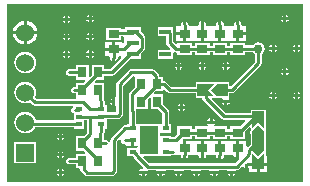
<source format=gtl>
G04*
G04 #@! TF.GenerationSoftware,Altium Limited,Altium Designer,20.2.5 (213)*
G04*
G04 Layer_Physical_Order=1*
G04 Layer_Color=255*
%FSLAX25Y25*%
%MOIN*%
G70*
G04*
G04 #@! TF.SameCoordinates,F18023E5-EE5D-4DE6-B478-A7BB098ACCA1*
G04*
G04*
G04 #@! TF.FilePolarity,Positive*
G04*
G01*
G75*
%ADD10C,0.01000*%
%ADD16R,0.03200X0.04000*%
%ADD17R,0.03850X0.01800*%
%ADD18R,0.03701X0.02913*%
%ADD19R,0.02913X0.03701*%
%ADD20R,0.02362X0.01654*%
%ADD21R,0.05906X0.09449*%
%ADD22R,0.02362X0.01575*%
%ADD23R,0.04000X0.04500*%
%ADD24R,0.04000X0.03200*%
%ADD25C,0.03000*%
%ADD36C,0.06000*%
%ADD37R,0.06000X0.06000*%
%ADD38C,0.00787*%
%ADD39C,0.00600*%
G36*
X98427Y1D02*
X2D01*
Y59057D01*
X98427D01*
Y1D01*
D02*
G37*
%LPC*%
G36*
X93007Y55524D02*
Y54798D01*
X93733D01*
X93731Y54805D01*
X93444Y55235D01*
X93014Y55522D01*
X93007Y55524D01*
D02*
G37*
G36*
X92007D02*
X92000Y55522D01*
X91570Y55235D01*
X91282Y54805D01*
X91281Y54798D01*
X92007D01*
Y55524D01*
D02*
G37*
G36*
X28046D02*
Y54798D01*
X28772D01*
X28771Y54805D01*
X28484Y55235D01*
X28054Y55522D01*
X28046Y55524D01*
D02*
G37*
G36*
X27046D02*
X27039Y55522D01*
X26609Y55235D01*
X26322Y54805D01*
X26320Y54798D01*
X27046D01*
Y55524D01*
D02*
G37*
G36*
X20187Y55361D02*
Y54635D01*
X20913D01*
X20911Y54642D01*
X20624Y55072D01*
X20194Y55360D01*
X20187Y55361D01*
D02*
G37*
G36*
X19187D02*
X19180Y55360D01*
X18749Y55072D01*
X18462Y54642D01*
X18461Y54635D01*
X19187D01*
Y55361D01*
D02*
G37*
G36*
X93733Y53798D02*
X93007D01*
Y53072D01*
X93014Y53073D01*
X93444Y53360D01*
X93731Y53790D01*
X93733Y53798D01*
D02*
G37*
G36*
X92007D02*
X91281D01*
X91282Y53790D01*
X91570Y53360D01*
X92000Y53073D01*
X92007Y53072D01*
Y53798D01*
D02*
G37*
G36*
X28772D02*
X28046D01*
Y53072D01*
X28054Y53073D01*
X28484Y53360D01*
X28771Y53790D01*
X28772Y53798D01*
D02*
G37*
G36*
X27046D02*
X26320D01*
X26322Y53790D01*
X26609Y53360D01*
X27039Y53073D01*
X27046Y53072D01*
Y53798D01*
D02*
G37*
G36*
X20913Y53635D02*
X20187D01*
Y52909D01*
X20194Y52911D01*
X20624Y53198D01*
X20911Y53628D01*
X20913Y53635D01*
D02*
G37*
G36*
X19187D02*
X18461D01*
X18462Y53628D01*
X18749Y53198D01*
X19180Y52911D01*
X19187Y52909D01*
Y53635D01*
D02*
G37*
G36*
X77273Y53393D02*
Y52167D01*
X76273D01*
Y53393D01*
X76266Y53391D01*
X75836Y53104D01*
X75549Y52674D01*
X75448Y52167D01*
X75453Y52140D01*
X75136Y51753D01*
X73923Y51753D01*
X73423Y51753D01*
X72505D01*
X72188Y52140D01*
X72193Y52167D01*
X72092Y52674D01*
X71805Y53104D01*
X71375Y53391D01*
X71368Y53393D01*
Y52167D01*
X70368D01*
Y53393D01*
X70361Y53391D01*
X69931Y53104D01*
X69643Y52674D01*
X69542Y52167D01*
X69548Y52140D01*
X69231Y51753D01*
X68018Y51753D01*
X67518Y51753D01*
X66600D01*
X66282Y52140D01*
X66288Y52167D01*
X66187Y52674D01*
X65900Y53104D01*
X65470Y53391D01*
X65462Y53393D01*
Y52167D01*
X64462D01*
Y53393D01*
X64455Y53391D01*
X64025Y53104D01*
X63738Y52674D01*
X63637Y52167D01*
X63642Y52140D01*
X63325Y51753D01*
X62112Y51753D01*
X61612Y51753D01*
X60694D01*
X60377Y52140D01*
X60382Y52167D01*
X60281Y52674D01*
X59994Y53104D01*
X59564Y53391D01*
X59557Y53393D01*
Y52167D01*
X58557D01*
Y53393D01*
X58550Y53391D01*
X58120Y53104D01*
X57832Y52674D01*
X57731Y52167D01*
X57737Y52140D01*
X57420Y51753D01*
X56207D01*
Y49796D01*
X59057D01*
Y49296D01*
X59557D01*
Y46840D01*
X61612D01*
X61907Y46840D01*
X62407Y46840D01*
X64462D01*
Y49296D01*
X65462D01*
Y46840D01*
X67518D01*
X67813Y46840D01*
X68313Y46840D01*
X70368D01*
Y49296D01*
X71368D01*
Y46840D01*
X73423D01*
X73718Y46840D01*
X74218Y46840D01*
X76273D01*
Y49296D01*
X76773D01*
Y49796D01*
X79624D01*
Y51753D01*
X78411D01*
X78093Y52140D01*
X78099Y52167D01*
X77998Y52674D01*
X77711Y53104D01*
X77281Y53391D01*
X77273Y53393D01*
D02*
G37*
G36*
X6407Y53655D02*
Y50186D01*
X9876D01*
X9804Y50731D01*
X9401Y51704D01*
X8760Y52539D01*
X7925Y53180D01*
X6951Y53584D01*
X6407Y53655D01*
D02*
G37*
G36*
X5407D02*
X4863Y53584D01*
X3890Y53180D01*
X3054Y52539D01*
X2413Y51704D01*
X2010Y50731D01*
X1939Y50186D01*
X5407D01*
Y53655D01*
D02*
G37*
G36*
X28046Y49618D02*
Y48892D01*
X28772D01*
X28771Y48899D01*
X28484Y49329D01*
X28054Y49617D01*
X28046Y49618D01*
D02*
G37*
G36*
X27046D02*
X27039Y49617D01*
X26609Y49329D01*
X26322Y48899D01*
X26320Y48892D01*
X27046D01*
Y49618D01*
D02*
G37*
G36*
X20172D02*
Y48892D01*
X20898D01*
X20897Y48899D01*
X20610Y49329D01*
X20180Y49617D01*
X20172Y49618D01*
D02*
G37*
G36*
X19172D02*
X19165Y49617D01*
X18735Y49329D01*
X18448Y48899D01*
X18446Y48892D01*
X19172D01*
Y49618D01*
D02*
G37*
G36*
X28772Y47892D02*
X28046D01*
Y47166D01*
X28054Y47168D01*
X28484Y47455D01*
X28771Y47885D01*
X28772Y47892D01*
D02*
G37*
G36*
X27046D02*
X26320D01*
X26322Y47885D01*
X26609Y47455D01*
X27039Y47168D01*
X27046Y47166D01*
Y47892D01*
D02*
G37*
G36*
X20898D02*
X20172D01*
Y47166D01*
X20180Y47168D01*
X20610Y47455D01*
X20897Y47885D01*
X20898Y47892D01*
D02*
G37*
G36*
X19172D02*
X18446D01*
X18448Y47885D01*
X18735Y47455D01*
X19165Y47168D01*
X19172Y47166D01*
Y47892D01*
D02*
G37*
G36*
X79624Y48796D02*
X77273D01*
Y46840D01*
X79624D01*
Y48796D01*
D02*
G37*
G36*
X58557D02*
X56207D01*
Y46840D01*
X58557D01*
Y48796D01*
D02*
G37*
G36*
X9876Y49186D02*
X6407D01*
Y45718D01*
X6951Y45789D01*
X7925Y46192D01*
X8760Y46834D01*
X9401Y47669D01*
X9804Y48642D01*
X9876Y49186D01*
D02*
G37*
G36*
X5407D02*
X1939D01*
X2010Y48642D01*
X2413Y47669D01*
X3054Y46834D01*
X3890Y46192D01*
X4863Y45789D01*
X5407Y45718D01*
Y49186D01*
D02*
G37*
G36*
X96944Y45681D02*
Y44955D01*
X97670D01*
X97668Y44962D01*
X97381Y45392D01*
X96951Y45680D01*
X96944Y45681D01*
D02*
G37*
G36*
X95944D02*
X95937Y45680D01*
X95507Y45392D01*
X95219Y44962D01*
X95218Y44955D01*
X95944D01*
Y45681D01*
D02*
G37*
G36*
X89070D02*
Y44955D01*
X89796D01*
X89794Y44962D01*
X89507Y45392D01*
X89077Y45680D01*
X89070Y45681D01*
D02*
G37*
G36*
X88070D02*
X88063Y45680D01*
X87633Y45392D01*
X87345Y44962D01*
X87344Y44955D01*
X88070D01*
Y45681D01*
D02*
G37*
G36*
X34935Y46633D02*
X32584D01*
Y44676D01*
X34935D01*
Y46633D01*
D02*
G37*
G36*
X97670Y43955D02*
X96944D01*
Y43229D01*
X96951Y43231D01*
X97381Y43518D01*
X97668Y43948D01*
X97670Y43955D01*
D02*
G37*
G36*
X95944D02*
X95218D01*
X95219Y43948D01*
X95507Y43518D01*
X95937Y43231D01*
X95944Y43229D01*
Y43955D01*
D02*
G37*
G36*
X89796D02*
X89070D01*
Y43229D01*
X89077Y43231D01*
X89507Y43518D01*
X89794Y43948D01*
X89796Y43955D01*
D02*
G37*
G36*
X88070D02*
X87344D01*
X87345Y43948D01*
X87633Y43518D01*
X88063Y43231D01*
X88070Y43229D01*
Y43955D01*
D02*
G37*
G36*
X28046Y43713D02*
Y42987D01*
X28772D01*
X28771Y42994D01*
X28484Y43424D01*
X28054Y43711D01*
X28046Y43713D01*
D02*
G37*
G36*
X27046D02*
X27039Y43711D01*
X26609Y43424D01*
X26322Y42994D01*
X26320Y42987D01*
X27046D01*
Y43713D01*
D02*
G37*
G36*
X20172D02*
Y42987D01*
X20898D01*
X20897Y42994D01*
X20610Y43424D01*
X20180Y43711D01*
X20172Y43713D01*
D02*
G37*
G36*
X19172D02*
X19165Y43711D01*
X18735Y43424D01*
X18448Y42994D01*
X18446Y42987D01*
X19172D01*
Y43713D01*
D02*
G37*
G36*
X28772Y41987D02*
X28046D01*
Y41261D01*
X28054Y41262D01*
X28484Y41549D01*
X28771Y41979D01*
X28772Y41987D01*
D02*
G37*
G36*
X27046D02*
X26320D01*
X26322Y41979D01*
X26609Y41549D01*
X27039Y41262D01*
X27046Y41261D01*
Y41987D01*
D02*
G37*
G36*
X20898D02*
X20172D01*
Y41261D01*
X20180Y41262D01*
X20610Y41549D01*
X20897Y41979D01*
X20898Y41987D01*
D02*
G37*
G36*
X19172D02*
X18446D01*
X18448Y41979D01*
X18735Y41549D01*
X19165Y41262D01*
X19172Y41261D01*
Y41987D01*
D02*
G37*
G36*
X73322Y39776D02*
Y39050D01*
X74048D01*
X74046Y39057D01*
X73759Y39487D01*
X73329Y39774D01*
X73322Y39776D01*
D02*
G37*
G36*
X72322D02*
X72315Y39774D01*
X71885Y39487D01*
X71597Y39057D01*
X71596Y39050D01*
X72322D01*
Y39776D01*
D02*
G37*
G36*
X65448D02*
Y39050D01*
X66174D01*
X66172Y39057D01*
X65885Y39487D01*
X65455Y39774D01*
X65448Y39776D01*
D02*
G37*
G36*
X64448D02*
X64441Y39774D01*
X64011Y39487D01*
X63723Y39057D01*
X63722Y39050D01*
X64448D01*
Y39776D01*
D02*
G37*
G36*
X57574D02*
Y39050D01*
X58300D01*
X58298Y39057D01*
X58011Y39487D01*
X57581Y39774D01*
X57574Y39776D01*
D02*
G37*
G36*
X56574D02*
X56567Y39774D01*
X56137Y39487D01*
X55849Y39057D01*
X55848Y39050D01*
X56574D01*
Y39776D01*
D02*
G37*
G36*
X74048Y38050D02*
X73322D01*
Y37324D01*
X73329Y37325D01*
X73759Y37612D01*
X74046Y38042D01*
X74048Y38050D01*
D02*
G37*
G36*
X72322D02*
X71596D01*
X71597Y38042D01*
X71885Y37612D01*
X72315Y37325D01*
X72322Y37324D01*
Y38050D01*
D02*
G37*
G36*
X66174D02*
X65448D01*
Y37324D01*
X65455Y37325D01*
X65885Y37612D01*
X66172Y38042D01*
X66174Y38050D01*
D02*
G37*
G36*
X64448D02*
X63722D01*
X63723Y38042D01*
X64011Y37612D01*
X64441Y37325D01*
X64448Y37324D01*
Y38050D01*
D02*
G37*
G36*
X58300D02*
X57574D01*
Y37324D01*
X57581Y37325D01*
X58011Y37612D01*
X58298Y38042D01*
X58300Y38050D01*
D02*
G37*
G36*
X56574D02*
X55848D01*
X55849Y38042D01*
X56137Y37612D01*
X56567Y37325D01*
X56574Y37324D01*
Y38050D01*
D02*
G37*
G36*
X93007Y37807D02*
Y37081D01*
X93733D01*
X93731Y37088D01*
X93444Y37518D01*
X93014Y37806D01*
X93007Y37807D01*
D02*
G37*
G36*
X92007D02*
X92000Y37806D01*
X91570Y37518D01*
X91282Y37088D01*
X91281Y37081D01*
X92007D01*
Y37807D01*
D02*
G37*
G36*
X5907Y43317D02*
X4967Y43194D01*
X4092Y42831D01*
X3340Y42254D01*
X2763Y41502D01*
X2400Y40626D01*
X2276Y39686D01*
X2400Y38747D01*
X2763Y37871D01*
X3340Y37119D01*
X4092Y36542D01*
X4967Y36179D01*
X5907Y36055D01*
X6847Y36179D01*
X7723Y36542D01*
X8475Y37119D01*
X9052Y37871D01*
X9415Y38747D01*
X9538Y39686D01*
X9415Y40626D01*
X9052Y41502D01*
X8475Y42254D01*
X7723Y42831D01*
X6847Y43194D01*
X5907Y43317D01*
D02*
G37*
G36*
X93733Y36081D02*
X93007D01*
Y35355D01*
X93014Y35357D01*
X93444Y35644D01*
X93731Y36074D01*
X93733Y36081D01*
D02*
G37*
G36*
X92007D02*
X91281D01*
X91282Y36074D01*
X91570Y35644D01*
X92000Y35357D01*
X92007Y35355D01*
Y36081D01*
D02*
G37*
G36*
X55146Y51501D02*
X50096D01*
Y48501D01*
X52924D01*
Y46351D01*
X52924Y46351D01*
X53010Y45922D01*
X53253Y45558D01*
X54327Y44483D01*
X54136Y44021D01*
X50096D01*
Y41021D01*
X55146D01*
Y42972D01*
X55646Y43238D01*
X55790Y43142D01*
X56219Y43057D01*
X56607Y42760D01*
Y42121D01*
X61507D01*
Y43057D01*
X62512D01*
Y42121D01*
X67413D01*
Y43057D01*
X68418D01*
Y42121D01*
X73318D01*
Y43057D01*
X74323D01*
Y42121D01*
X79224D01*
Y43114D01*
X81925D01*
X82149Y42779D01*
X82542Y42516D01*
Y39836D01*
X74412Y31707D01*
X73912Y31809D01*
Y33113D01*
X70832D01*
X70712Y33163D01*
X69712D01*
X69593Y33113D01*
X69512D01*
X69512Y33113D01*
X69033Y33030D01*
X68712Y33163D01*
X65712D01*
X65593Y33113D01*
X62762D01*
Y31635D01*
X54600D01*
X52960Y33275D01*
X52596Y33518D01*
X52167Y33603D01*
X51832Y33935D01*
Y34932D01*
X50524D01*
Y35246D01*
X50439Y35675D01*
X50196Y36039D01*
X50196Y36039D01*
X49023Y37212D01*
X48659Y37455D01*
X48230Y37540D01*
X48230Y37540D01*
X41340D01*
X40911Y37455D01*
X40547Y37212D01*
X40547Y37212D01*
X36610Y33275D01*
X36367Y32911D01*
X36282Y32482D01*
X36282Y32482D01*
Y28282D01*
X35920Y28073D01*
Y26739D01*
Y25405D01*
X36282Y25195D01*
Y23104D01*
X36281Y23103D01*
X33082D01*
Y25641D01*
X32423D01*
Y26739D01*
X32423Y26740D01*
X32337Y27169D01*
X32094Y27533D01*
X32094Y27533D01*
X32064Y27563D01*
X32155Y28063D01*
X32177D01*
Y32964D01*
X29298D01*
X29107Y33426D01*
X29649Y33968D01*
X32177D01*
Y35297D01*
X34743D01*
X34743Y35297D01*
X35173Y35383D01*
X35536Y35626D01*
X40932Y41021D01*
X44396D01*
Y42435D01*
X45689Y43728D01*
X45689Y43728D01*
X45932Y44092D01*
X46017Y44521D01*
X46017Y44521D01*
Y48001D01*
X46017Y48001D01*
X45932Y48430D01*
X45689Y48794D01*
X45689Y48794D01*
X44396Y50087D01*
Y51501D01*
X39346D01*
Y50769D01*
X37885D01*
Y51351D01*
X32984D01*
Y47237D01*
X37885D01*
Y48526D01*
X38620D01*
X38946Y48161D01*
Y46242D01*
X38785Y46110D01*
X38285Y46346D01*
Y46633D01*
X35935D01*
Y44176D01*
X35435D01*
Y43676D01*
X32584D01*
Y41719D01*
X33798D01*
X34109Y41340D01*
X34210Y40833D01*
X34498Y40403D01*
X34928Y40115D01*
X34935Y40114D01*
Y41340D01*
X35935D01*
Y40114D01*
X35942Y40115D01*
X36372Y40403D01*
X36659Y40833D01*
X36760Y41340D01*
X37071Y41719D01*
X37751D01*
X37958Y41219D01*
X34279Y37540D01*
X32177D01*
Y38869D01*
X28063D01*
Y35555D01*
X27520Y35012D01*
X27058Y35203D01*
Y38869D01*
X22945D01*
Y37540D01*
X20671D01*
X20242Y37455D01*
X19878Y37212D01*
X19635Y36848D01*
X19549Y36419D01*
X19635Y35989D01*
X19878Y35626D01*
X20242Y35383D01*
X20671Y35297D01*
X20671Y35297D01*
X22945D01*
Y33968D01*
X25824D01*
X26015Y33506D01*
X25472Y32964D01*
X22945D01*
Y31635D01*
X22271D01*
X21842Y31549D01*
X21478Y31306D01*
X21235Y30942D01*
X21149Y30513D01*
X21235Y30084D01*
X21478Y29720D01*
X21842Y29477D01*
X22271Y29392D01*
X22271Y29392D01*
X22945D01*
Y28063D01*
X22945D01*
X22871Y27593D01*
X9586D01*
X9127Y28053D01*
X9415Y28747D01*
X9538Y29686D01*
X9415Y30626D01*
X9052Y31502D01*
X8475Y32254D01*
X7723Y32831D01*
X6847Y33194D01*
X5907Y33318D01*
X4967Y33194D01*
X4092Y32831D01*
X3340Y32254D01*
X2763Y31502D01*
X2400Y30626D01*
X2276Y29686D01*
X2400Y28747D01*
X2763Y27871D01*
X3340Y27119D01*
X4092Y26542D01*
X4967Y26179D01*
X5907Y26055D01*
X6847Y26179D01*
X7541Y26467D01*
X8329Y25679D01*
X8329Y25679D01*
X8693Y25436D01*
X9122Y25350D01*
X21710D01*
X21831Y24850D01*
X21580Y24683D01*
X21337Y24319D01*
X21252Y23890D01*
X21337Y23460D01*
X21580Y23097D01*
X21944Y22853D01*
X22040Y22835D01*
Y20450D01*
X9438D01*
X9415Y20626D01*
X9052Y21502D01*
X8475Y22254D01*
X7723Y22831D01*
X6847Y23194D01*
X5907Y23317D01*
X4967Y23194D01*
X4092Y22831D01*
X3340Y22254D01*
X2763Y21502D01*
X2400Y20626D01*
X2276Y19686D01*
X2400Y18747D01*
X2763Y17871D01*
X3340Y17119D01*
X4092Y16542D01*
X4967Y16179D01*
X5907Y16055D01*
X6847Y16179D01*
X7723Y16542D01*
X8475Y17119D01*
X9052Y17871D01*
X9191Y18207D01*
X22040D01*
Y17669D01*
X25602D01*
Y20533D01*
X26439D01*
Y16214D01*
X25472Y15247D01*
X22945D01*
Y10346D01*
X25472D01*
X26015Y9804D01*
X25824Y9341D01*
X22945D01*
Y8013D01*
X20671D01*
X20242Y7927D01*
X19878Y7684D01*
X19635Y7320D01*
X19549Y6891D01*
X19635Y6462D01*
X19878Y6098D01*
X20242Y5855D01*
X20671Y5770D01*
X22945D01*
Y4441D01*
X23937D01*
X24283Y4126D01*
X24368Y3697D01*
X24611Y3334D01*
X25784Y2161D01*
X26147Y1918D01*
X26577Y1833D01*
X26577Y1833D01*
X34849D01*
X34849Y1833D01*
X35278Y1918D01*
X35642Y2161D01*
X36228Y2747D01*
X36228Y2747D01*
X36471Y3111D01*
X36556Y3540D01*
Y13316D01*
X37356Y14116D01*
X37816Y13869D01*
X37804Y13810D01*
X37905Y13302D01*
X38193Y12872D01*
X38623Y12585D01*
X39130Y12484D01*
X39138Y12486D01*
X39525Y12168D01*
Y11993D01*
X41206D01*
Y13781D01*
X42206D01*
Y11993D01*
X43348D01*
X43478Y11731D01*
X43194Y11231D01*
X39925D01*
Y8456D01*
X41901D01*
X42115Y8243D01*
X42129Y8172D01*
X42372Y7808D01*
X45266Y4914D01*
X45266Y4908D01*
X45069Y4403D01*
X44756Y4341D01*
X44326Y4054D01*
X44038Y3624D01*
X44037Y3616D01*
X46725D01*
X46924Y3801D01*
X49507D01*
X49644Y3616D01*
X52692D01*
X52830Y3801D01*
X55412D01*
X55550Y3616D01*
X58598D01*
X58736Y3801D01*
X61318D01*
X61455Y3616D01*
X64503D01*
X64641Y3801D01*
X67223D01*
X67361Y3616D01*
X70409D01*
X70547Y3801D01*
X73129D01*
X73267Y3616D01*
X76272D01*
X76372Y3780D01*
X76448Y3814D01*
X76814Y3887D01*
X77178Y4130D01*
X78120Y5071D01*
X78763Y5008D01*
X78789Y4970D01*
X79219Y4682D01*
X79226Y4681D01*
Y5907D01*
X80226D01*
Y4644D01*
X80353Y4595D01*
X80663Y4368D01*
Y3209D01*
X83163D01*
Y5808D01*
X83663D01*
Y6308D01*
X86663D01*
Y8409D01*
X86313D01*
Y9559D01*
X86122Y10018D01*
X86255Y10504D01*
X86313Y10643D01*
Y11643D01*
X86263Y11762D01*
Y15800D01*
X86313Y15919D01*
Y16919D01*
X86122Y17378D01*
X86095Y17406D01*
X86122Y17544D01*
X86313Y18003D01*
Y21003D01*
X86263Y21123D01*
Y23953D01*
X81063D01*
Y22875D01*
X72705D01*
X68178Y27402D01*
X68370Y27864D01*
X68712D01*
X69033Y27997D01*
X69512Y27913D01*
D01*
X69712Y27864D01*
X70712D01*
X70832Y27913D01*
X71442D01*
X71709Y27413D01*
X71597Y27246D01*
X71596Y27239D01*
X74048D01*
X74046Y27246D01*
X73930Y27420D01*
X73912Y27913D01*
X73912Y27913D01*
X73912Y27913D01*
Y29392D01*
X74805D01*
X74805Y29392D01*
X75234Y29477D01*
X75598Y29720D01*
X84456Y38578D01*
X84699Y38942D01*
X84785Y39371D01*
X84785Y39371D01*
Y42516D01*
X85177Y42779D01*
X85641Y43473D01*
X85804Y44293D01*
X85641Y45112D01*
X85177Y45807D01*
X84483Y46271D01*
X83663Y46434D01*
X82844Y46271D01*
X82149Y45807D01*
X81849Y45357D01*
X79224D01*
Y46235D01*
X74323D01*
Y45300D01*
X73318D01*
Y46235D01*
X68418D01*
Y45300D01*
X67413D01*
Y46235D01*
X62512D01*
Y45300D01*
X61507D01*
Y46235D01*
X56607D01*
Y46030D01*
X56144Y45838D01*
X55167Y46816D01*
Y49601D01*
X55167Y49601D01*
X55146Y49710D01*
Y51501D01*
D02*
G37*
G36*
X96944Y29933D02*
Y29207D01*
X97670D01*
X97668Y29214D01*
X97381Y29644D01*
X96951Y29932D01*
X96944Y29933D01*
D02*
G37*
G36*
X95944D02*
X95937Y29932D01*
X95507Y29644D01*
X95219Y29214D01*
X95218Y29207D01*
X95944D01*
Y29933D01*
D02*
G37*
G36*
X89070D02*
Y29207D01*
X89796D01*
X89794Y29214D01*
X89507Y29644D01*
X89077Y29932D01*
X89070Y29933D01*
D02*
G37*
G36*
X88070D02*
X88063Y29932D01*
X87633Y29644D01*
X87345Y29214D01*
X87344Y29207D01*
X88070D01*
Y29933D01*
D02*
G37*
G36*
X97670Y28207D02*
X96944D01*
Y27481D01*
X96951Y27483D01*
X97381Y27770D01*
X97668Y28200D01*
X97670Y28207D01*
D02*
G37*
G36*
X95944D02*
X95218D01*
X95219Y28200D01*
X95507Y27770D01*
X95937Y27483D01*
X95944Y27481D01*
Y28207D01*
D02*
G37*
G36*
X89796D02*
X89070D01*
Y27481D01*
X89077Y27483D01*
X89507Y27770D01*
X89794Y28200D01*
X89796Y28207D01*
D02*
G37*
G36*
X88070D02*
X87344D01*
X87345Y28200D01*
X87633Y27770D01*
X88063Y27483D01*
X88070Y27481D01*
Y28207D01*
D02*
G37*
G36*
X34920Y27965D02*
X34913Y27963D01*
X34483Y27676D01*
X34196Y27246D01*
X34194Y27239D01*
X34920D01*
Y27965D01*
D02*
G37*
G36*
X74048Y26239D02*
X73322D01*
Y25512D01*
X73329Y25514D01*
X73759Y25801D01*
X74046Y26231D01*
X74048Y26239D01*
D02*
G37*
G36*
X72322D02*
X71596D01*
X71597Y26231D01*
X71885Y25801D01*
X72315Y25514D01*
X72322Y25512D01*
Y26239D01*
D02*
G37*
G36*
X34920D02*
X34194D01*
X34196Y26231D01*
X34483Y25801D01*
X34913Y25514D01*
X34920Y25512D01*
Y26239D01*
D02*
G37*
G36*
X18204Y16153D02*
Y15428D01*
X18930D01*
X18928Y15435D01*
X18641Y15865D01*
X18211Y16152D01*
X18204Y16153D01*
D02*
G37*
G36*
X17204D02*
X17197Y16152D01*
X16767Y15865D01*
X16479Y15435D01*
X16478Y15428D01*
X17204D01*
Y16153D01*
D02*
G37*
G36*
X18930Y14427D02*
X18204D01*
Y13701D01*
X18211Y13703D01*
X18641Y13990D01*
X18928Y14420D01*
X18930Y14427D01*
D02*
G37*
G36*
X17204D02*
X16478D01*
X16479Y14420D01*
X16767Y13990D01*
X17197Y13703D01*
X17204Y13701D01*
Y14427D01*
D02*
G37*
G36*
X18204Y10248D02*
Y9522D01*
X18930D01*
X18928Y9529D01*
X18641Y9959D01*
X18211Y10247D01*
X18204Y10248D01*
D02*
G37*
G36*
X17204D02*
X17197Y10247D01*
X16767Y9959D01*
X16479Y9529D01*
X16478Y9522D01*
X17204D01*
Y10248D01*
D02*
G37*
G36*
X18930Y8522D02*
X18204D01*
Y7796D01*
X18211Y7797D01*
X18641Y8085D01*
X18928Y8515D01*
X18930Y8522D01*
D02*
G37*
G36*
X17204D02*
X16478D01*
X16479Y8515D01*
X16767Y8085D01*
X17197Y7797D01*
X17204Y7796D01*
Y8522D01*
D02*
G37*
G36*
X9507Y13286D02*
X2307D01*
Y6086D01*
X9507D01*
Y13286D01*
D02*
G37*
G36*
X18204Y4343D02*
Y3616D01*
X18930D01*
X18928Y3624D01*
X18641Y4054D01*
X18211Y4341D01*
X18204Y4343D01*
D02*
G37*
G36*
X17204D02*
X17197Y4341D01*
X16767Y4054D01*
X16479Y3624D01*
X16478Y3616D01*
X17204D01*
Y4343D01*
D02*
G37*
G36*
X86663Y5308D02*
X84163D01*
Y3209D01*
X86663D01*
Y5308D01*
D02*
G37*
G36*
X76016Y2616D02*
X75290D01*
Y1891D01*
X75298Y1892D01*
X75728Y2179D01*
X76015Y2609D01*
X76016Y2616D01*
D02*
G37*
G36*
X74290D02*
X73564D01*
X73566Y2609D01*
X73853Y2179D01*
X74283Y1892D01*
X74290Y1891D01*
Y2616D01*
D02*
G37*
G36*
X70111D02*
X69385D01*
Y1891D01*
X69392Y1892D01*
X69822Y2179D01*
X70109Y2609D01*
X70111Y2616D01*
D02*
G37*
G36*
X68385D02*
X67659D01*
X67660Y2609D01*
X67948Y2179D01*
X68378Y1892D01*
X68385Y1891D01*
Y2616D01*
D02*
G37*
G36*
X64205D02*
X63479D01*
Y1891D01*
X63487Y1892D01*
X63917Y2179D01*
X64204Y2609D01*
X64205Y2616D01*
D02*
G37*
G36*
X62479D02*
X61753D01*
X61755Y2609D01*
X62042Y2179D01*
X62472Y1892D01*
X62479Y1891D01*
Y2616D01*
D02*
G37*
G36*
X58300D02*
X57574D01*
Y1891D01*
X57581Y1892D01*
X58011Y2179D01*
X58298Y2609D01*
X58300Y2616D01*
D02*
G37*
G36*
X56574D02*
X55848D01*
X55849Y2609D01*
X56137Y2179D01*
X56567Y1892D01*
X56574Y1891D01*
Y2616D01*
D02*
G37*
G36*
X52394D02*
X51668D01*
Y1891D01*
X51676Y1892D01*
X52106Y2179D01*
X52393Y2609D01*
X52394Y2616D01*
D02*
G37*
G36*
X50668D02*
X49942D01*
X49944Y2609D01*
X50231Y2179D01*
X50661Y1892D01*
X50668Y1891D01*
Y2616D01*
D02*
G37*
G36*
X46489D02*
X45763D01*
Y1891D01*
X45770Y1892D01*
X46200Y2179D01*
X46487Y2609D01*
X46489Y2616D01*
D02*
G37*
G36*
X44763D02*
X44037D01*
X44038Y2609D01*
X44326Y2179D01*
X44756Y1892D01*
X44763Y1891D01*
Y2616D01*
D02*
G37*
G36*
X18930D02*
X18204D01*
Y1891D01*
X18211Y1892D01*
X18641Y2179D01*
X18928Y2609D01*
X18930Y2616D01*
D02*
G37*
G36*
X17204D02*
X16478D01*
X16479Y2609D01*
X16767Y2179D01*
X17197Y1892D01*
X17204Y1891D01*
Y2616D01*
D02*
G37*
%LPD*%
G36*
X70712Y28513D02*
X69712D01*
X67712Y30513D01*
X69712Y32513D01*
X70712D01*
Y28513D01*
D02*
G37*
G36*
X66712Y30513D02*
X68712Y28513D01*
X65712D01*
Y30513D01*
Y32513D01*
X68712D01*
X66712Y30513D01*
D02*
G37*
G36*
X42296Y35274D02*
X42601Y34932D01*
Y31617D01*
X40910Y29927D01*
X40667Y29563D01*
X40582Y29134D01*
X40582Y29134D01*
Y23571D01*
X40582Y23571D01*
X40584Y23557D01*
Y19105D01*
X39925D01*
Y18839D01*
X39372D01*
X38943Y18754D01*
X38579Y18511D01*
X38579Y18511D01*
X34642Y14574D01*
X34399Y14210D01*
X34313Y13781D01*
X34313Y13781D01*
Y13393D01*
X33813Y13280D01*
X33644Y13534D01*
X33588Y13590D01*
X33224Y13833D01*
X32794Y13918D01*
X32794Y13918D01*
X32177D01*
Y15247D01*
X32155D01*
X32064Y15747D01*
X32094Y15777D01*
X32094Y15777D01*
X32337Y16141D01*
X32423Y16570D01*
X32423Y16570D01*
Y17669D01*
X33082D01*
Y20860D01*
X36746D01*
X36746Y20860D01*
X37175Y20945D01*
X37539Y21189D01*
X38196Y21846D01*
X38196Y21846D01*
X38440Y22210D01*
X38525Y22639D01*
Y32017D01*
X41791Y35283D01*
X42296Y35274D01*
D02*
G37*
G36*
X47721Y27794D02*
Y24126D01*
X50249D01*
X51608Y22766D01*
Y19466D01*
X51108Y19105D01*
X50949D01*
Y19105D01*
X50771D01*
Y19105D01*
X43665D01*
X43665Y19105D01*
X43487D01*
Y19105D01*
X43328D01*
X42828Y19466D01*
Y23568D01*
X42828Y23568D01*
X42825Y23582D01*
Y24126D01*
X46717D01*
Y27424D01*
X46721Y27447D01*
X47259Y27986D01*
X47721Y27794D01*
D02*
G37*
G36*
X85663Y18003D02*
X83663Y20003D01*
X81663Y18003D01*
Y21003D01*
X85663D01*
Y18003D01*
D02*
G37*
G36*
X53342Y29720D02*
X53343Y29720D01*
X53706Y29477D01*
X54136Y29392D01*
X62762D01*
Y27913D01*
X64944D01*
X65026Y27502D01*
X65269Y27138D01*
X71447Y20960D01*
X71447Y20960D01*
X71811Y20717D01*
X72241Y20632D01*
X72241Y20632D01*
X79221D01*
X79412Y20170D01*
X77638Y18395D01*
X74323D01*
Y17460D01*
X73318D01*
Y18395D01*
X68966D01*
X68814Y18895D01*
X68838Y18912D01*
X69125Y19342D01*
X69127Y19349D01*
X66675D01*
X66676Y19342D01*
X66963Y18912D01*
X66987Y18895D01*
X66836Y18395D01*
X62512D01*
Y17460D01*
X61507D01*
Y18395D01*
X56607D01*
Y15868D01*
X55641Y14902D01*
X54511D01*
Y15168D01*
X50949D01*
X50771Y15595D01*
Y15904D01*
X50949Y16330D01*
X54511D01*
Y19105D01*
X53851D01*
Y23231D01*
X53766Y23660D01*
X53523Y24024D01*
X53523Y24024D01*
X51835Y25712D01*
Y29027D01*
X48954D01*
X48762Y29489D01*
X49305Y30031D01*
X51832D01*
Y30577D01*
X52294Y30768D01*
X53342Y29720D01*
D02*
G37*
G36*
X85663Y16919D02*
Y15919D01*
X81663D01*
Y16919D01*
X83663Y18919D01*
X85663Y16919D01*
D02*
G37*
G36*
X81046Y17925D02*
X81204Y17544D01*
X81071Y17058D01*
X81014Y16919D01*
Y15919D01*
X81063Y15800D01*
Y12503D01*
X80124Y11563D01*
X79624Y11771D01*
Y13677D01*
X77273D01*
Y11221D01*
X76273D01*
Y13677D01*
X74218D01*
X73923Y13677D01*
X73423Y13677D01*
X71368D01*
Y11221D01*
X70368D01*
Y13677D01*
X68313D01*
X68018Y13677D01*
X67518Y13677D01*
X65462D01*
Y11221D01*
X64462D01*
Y13677D01*
X62407D01*
X62112Y13677D01*
X61612Y13677D01*
X59557D01*
Y11221D01*
X58557D01*
Y14000D01*
X58462Y14177D01*
X58532Y14282D01*
X61507D01*
Y15217D01*
X62512D01*
Y14282D01*
X67413D01*
Y15217D01*
X68418D01*
Y14282D01*
X73318D01*
Y15217D01*
X74323D01*
Y14282D01*
X79224D01*
Y16809D01*
X80552Y18137D01*
X81046Y17925D01*
D02*
G37*
G36*
X85663Y10643D02*
X83663Y8643D01*
X81663Y10643D01*
Y11643D01*
X85663D01*
Y10643D01*
D02*
G37*
G36*
X77133Y7280D02*
X77141Y7265D01*
X75920Y6044D01*
X47308D01*
X45357Y7995D01*
X45549Y8456D01*
X50771D01*
X50771Y8456D01*
X50949D01*
Y8456D01*
X51271Y8456D01*
X54511D01*
Y8722D01*
X55120D01*
X55549Y8808D01*
X55707Y8913D01*
X56207Y8764D01*
Y8764D01*
X57750D01*
X57832Y8352D01*
X58120Y7922D01*
X58550Y7635D01*
X58557Y7634D01*
Y8860D01*
X59557D01*
Y7634D01*
X59564Y7635D01*
X59994Y7922D01*
X60281Y8352D01*
X60363Y8764D01*
X61907Y8764D01*
X62407Y8764D01*
X63656D01*
X63738Y8352D01*
X64025Y7922D01*
X64455Y7635D01*
X64462Y7634D01*
Y8860D01*
X65462D01*
Y7634D01*
X65470Y7635D01*
X65900Y7922D01*
X66187Y8352D01*
X66269Y8764D01*
X67813Y8764D01*
X68313Y8764D01*
X69561D01*
X69643Y8352D01*
X69931Y7922D01*
X70361Y7635D01*
X70368Y7634D01*
Y8860D01*
X71368D01*
Y7634D01*
X71375Y7635D01*
X71805Y7922D01*
X72092Y8352D01*
X72174Y8764D01*
X73718Y8764D01*
X74218Y8764D01*
X75355D01*
X75409Y8492D01*
X75696Y8062D01*
X76126Y7775D01*
X76133Y7774D01*
Y9000D01*
X77133D01*
Y7280D01*
D02*
G37*
G36*
X85663Y6559D02*
X81663D01*
Y9559D01*
X83663Y7559D01*
X85663Y9559D01*
Y6559D01*
D02*
G37*
%LPC*%
G36*
X58558Y25996D02*
Y25270D01*
X59284D01*
X59283Y25277D01*
X58995Y25707D01*
X58565Y25995D01*
X58558Y25996D01*
D02*
G37*
G36*
X57558D02*
X57551Y25995D01*
X57121Y25707D01*
X56834Y25277D01*
X56832Y25270D01*
X57558D01*
Y25996D01*
D02*
G37*
G36*
X59284Y24270D02*
X58558D01*
Y23544D01*
X58565Y23546D01*
X58995Y23833D01*
X59283Y24263D01*
X59284Y24270D01*
D02*
G37*
G36*
X57558D02*
X56832D01*
X56834Y24263D01*
X57121Y23833D01*
X57551Y23546D01*
X57558Y23544D01*
Y24270D01*
D02*
G37*
G36*
X68401Y21075D02*
Y20349D01*
X69127D01*
X69125Y20356D01*
X68838Y20786D01*
X68408Y21073D01*
X68401Y21075D01*
D02*
G37*
G36*
X67401D02*
X67393Y21073D01*
X66963Y20786D01*
X66676Y20356D01*
X66675Y20349D01*
X67401D01*
Y21075D01*
D02*
G37*
%LPD*%
D10*
X36746Y21982D02*
X37403Y22639D01*
Y32482D02*
X41340Y36419D01*
X37403Y22639D02*
Y32482D01*
X71712Y30513D02*
X74805D01*
X83663Y39371D02*
Y44293D01*
X74805Y30513D02*
X83663Y39371D01*
X43165Y8601D02*
X46843Y4923D01*
X76385D02*
X80563Y9101D01*
X46843Y4923D02*
X76385D01*
X54136Y30513D02*
X63481D01*
X72241Y21753D02*
X83663D01*
X63481Y30513D02*
X64421Y29572D01*
X66062Y27931D02*
X72241Y21753D01*
X64421Y29572D02*
X65503D01*
X66062Y29013D01*
Y27931D02*
Y29013D01*
X80563Y9101D02*
Y10417D01*
X79726Y5907D02*
X83565D01*
X83663Y5808D01*
X80563Y10417D02*
X83663Y13517D01*
Y13767D01*
X25002Y6891D02*
X25404Y6489D01*
Y4126D02*
Y6489D01*
Y4126D02*
X26577Y2954D01*
X34849D01*
X35435Y3540D01*
Y13781D01*
X39372Y17718D01*
X41706D01*
X30120Y12797D02*
X32794D01*
X32851Y12741D01*
X20671Y36419D02*
X20671Y36419D01*
X25002D01*
X52730Y9844D02*
X55120D01*
X31628Y21982D02*
X36746D01*
X41340Y36419D02*
X48230D01*
X49403Y32855D02*
X49776Y32482D01*
X49403Y32855D02*
Y35246D01*
X48230Y36419D02*
X49403Y35246D01*
X31301Y21655D02*
X31628Y21982D01*
X49776Y32088D02*
Y32482D01*
X45617Y27929D02*
X49776Y32088D01*
X45617Y27533D02*
Y27929D01*
X44660Y26576D02*
X45617Y27533D01*
X49776Y32482D02*
X49776Y32482D01*
X52167D01*
X54136Y30513D01*
X41703Y23571D02*
Y29134D01*
Y23571D02*
X41706Y23568D01*
X41703Y29134D02*
X44658Y32088D01*
X41706Y17718D02*
Y23568D01*
X52730Y17718D02*
Y23231D01*
X39130Y13810D02*
X39158Y13781D01*
X41706D01*
X76633Y11081D02*
X76773Y11221D01*
X76633Y9000D02*
Y11081D01*
X41706Y9844D02*
X42100D01*
X43165Y8779D01*
Y8601D02*
Y8779D01*
X52730Y13781D02*
X56105D01*
X64962Y8860D02*
Y11221D01*
X58663Y16339D02*
X59057D01*
X64962D01*
X56105Y13781D02*
X58663Y16339D01*
X59057Y8860D02*
X59057Y8860D01*
X70868Y8860D02*
Y11221D01*
X59057Y8860D02*
Y11221D01*
X70868Y8860D02*
X70868Y8860D01*
X25002Y12403D02*
Y12797D01*
X25958Y11446D02*
X30120Y7285D01*
X25958Y11446D02*
X25958D01*
X25002Y12403D02*
X25958Y11446D01*
X25002Y12797D02*
Y13190D01*
X30120Y6891D02*
Y7285D01*
X40846Y46261D02*
X41871D01*
X39492Y44908D02*
X40846Y46261D01*
X39492Y44883D02*
Y44908D01*
X38785Y44176D02*
X39492Y44883D01*
X35435Y44176D02*
X38785D01*
X41871Y50001D02*
X42896D01*
X44896Y48001D01*
Y44521D02*
Y48001D01*
X42896Y42521D02*
X44896Y44521D01*
X41871Y42521D02*
X42896D01*
X30120Y36419D02*
X34743D01*
X40846Y42521D01*
X41871D01*
X22271Y30513D02*
X25002D01*
X22271Y30513D02*
X22271Y30513D01*
X22373Y23890D02*
X23496D01*
X23821Y24214D01*
X20671Y6891D02*
X25002D01*
X35435Y41340D02*
Y44176D01*
X35435Y44176D02*
X35435Y44176D01*
X64962Y11221D02*
X64962Y11221D01*
X59057Y49296D02*
Y52167D01*
X59057Y49296D02*
X59057Y49296D01*
X64962Y49214D02*
Y52167D01*
X64962Y49214D02*
Y49296D01*
Y49214D02*
X64962Y49214D01*
X70868Y49296D02*
Y52167D01*
X70868Y49296D02*
X70868Y49296D01*
X76773D02*
Y52167D01*
X76773Y49296D02*
X76773Y49296D01*
X9122Y26472D02*
X25126D01*
X27384Y24214D02*
X31301D01*
X25126Y26472D02*
X27384Y24214D01*
X5907Y29686D02*
X9122Y26472D01*
X30120Y30513D02*
X30878Y29755D01*
Y27163D02*
Y29755D01*
Y27163D02*
X31301Y26740D01*
Y24214D02*
Y26740D01*
X23588Y19328D02*
X23821Y19096D01*
X6266Y19328D02*
X23588D01*
X5907Y19686D02*
X6266Y19328D01*
X27561Y21655D02*
X31301D01*
X23821D02*
X27561D01*
X25002Y13190D02*
X27561Y15749D01*
Y21655D01*
X25002Y30513D02*
Y30907D01*
X29163Y35068D01*
X29163D01*
X30120Y36025D01*
Y36419D01*
X35435Y49294D02*
X35789Y49648D01*
X41517D01*
X41871Y50001D01*
X76831Y44235D02*
X83606D01*
X76773Y44178D02*
X76831Y44235D01*
X56219Y44178D02*
X59057D01*
X52621Y50001D02*
X53646D01*
X54046Y49601D01*
Y46351D02*
Y49601D01*
Y46351D02*
X56219Y44178D01*
X70868D02*
X76773D01*
X64962D02*
X70868D01*
X59057D02*
X64962D01*
X76773Y16339D02*
X77167D01*
X81482Y20653D01*
X82563D01*
X83663Y21753D01*
X70868Y16339D02*
X76773D01*
X64962D02*
X70868D01*
X49778Y26182D02*
Y26576D01*
Y26182D02*
X52730Y23231D01*
X44658Y32088D02*
Y32482D01*
X30120Y12797D02*
X30878Y13555D01*
Y16147D01*
X31301Y16570D01*
Y19096D01*
D16*
X64962Y30513D02*
D03*
X71712D02*
D03*
D17*
X52621Y50001D02*
D03*
Y42521D02*
D03*
X41871D02*
D03*
Y46261D02*
D03*
Y50001D02*
D03*
D18*
X35435Y49294D02*
D03*
Y44176D02*
D03*
X59057Y49296D02*
D03*
Y44178D02*
D03*
Y11221D02*
D03*
Y16339D02*
D03*
X64962Y49296D02*
D03*
Y44178D02*
D03*
X70868Y49296D02*
D03*
Y44178D02*
D03*
X76773Y49296D02*
D03*
Y44178D02*
D03*
X76773Y16339D02*
D03*
Y11221D02*
D03*
X70868Y16339D02*
D03*
Y11221D02*
D03*
X64962Y16339D02*
D03*
Y11221D02*
D03*
D19*
X30120Y6891D02*
D03*
X25002D02*
D03*
X25002Y12797D02*
D03*
X30120D02*
D03*
X25002Y30513D02*
D03*
X30120D02*
D03*
X30120Y36419D02*
D03*
X25002D02*
D03*
X44660Y26576D02*
D03*
X49778D02*
D03*
X49776Y32482D02*
D03*
X44658D02*
D03*
D20*
X31301Y19096D02*
D03*
Y21655D02*
D03*
Y24214D02*
D03*
X23821D02*
D03*
Y21655D02*
D03*
Y19096D02*
D03*
D21*
X47218Y13781D02*
D03*
D22*
X52730Y9844D02*
D03*
Y13781D02*
D03*
Y17718D02*
D03*
X41706Y13781D02*
D03*
Y17718D02*
D03*
Y9844D02*
D03*
D23*
X83663Y13767D02*
D03*
D24*
Y5808D02*
D03*
Y21753D02*
D03*
D25*
Y44293D02*
D03*
D36*
X5907Y39686D02*
D03*
Y29686D02*
D03*
Y19686D02*
D03*
Y49686D02*
D03*
D37*
Y9686D02*
D03*
D38*
X47218Y17521D02*
D03*
Y10041D02*
D03*
X49186Y13781D02*
D03*
X45249D02*
D03*
D39*
X17704Y14928D02*
D03*
X79726Y5907D02*
D03*
X35420Y26739D02*
D03*
X72822D02*
D03*
Y38550D02*
D03*
X64948D02*
D03*
X57074D02*
D03*
X17704Y3117D02*
D03*
Y9022D02*
D03*
X19672Y48392D02*
D03*
X27546Y54298D02*
D03*
Y42487D02*
D03*
Y48392D02*
D03*
X19672Y42487D02*
D03*
X19687Y54135D02*
D03*
X92507Y54298D02*
D03*
X88570Y28707D02*
D03*
X96444D02*
D03*
Y44455D02*
D03*
X88570D02*
D03*
X92507Y36581D02*
D03*
X74790Y3117D02*
D03*
X68885D02*
D03*
X62979D02*
D03*
X57074D02*
D03*
X51168D02*
D03*
X45263D02*
D03*
X67901Y19849D02*
D03*
X58058Y24770D02*
D03*
X32851Y12741D02*
D03*
X20671Y36419D02*
D03*
X55120Y9844D02*
D03*
X52744Y21597D02*
D03*
X39130Y13810D02*
D03*
X76633Y9000D02*
D03*
X64962Y8860D02*
D03*
X70868D02*
D03*
X59057D02*
D03*
X22271Y30513D02*
D03*
X22373Y23890D02*
D03*
X20671Y6891D02*
D03*
X35435Y41340D02*
D03*
X59057Y52167D02*
D03*
X64962D02*
D03*
X70868D02*
D03*
X76773D02*
D03*
M02*

</source>
